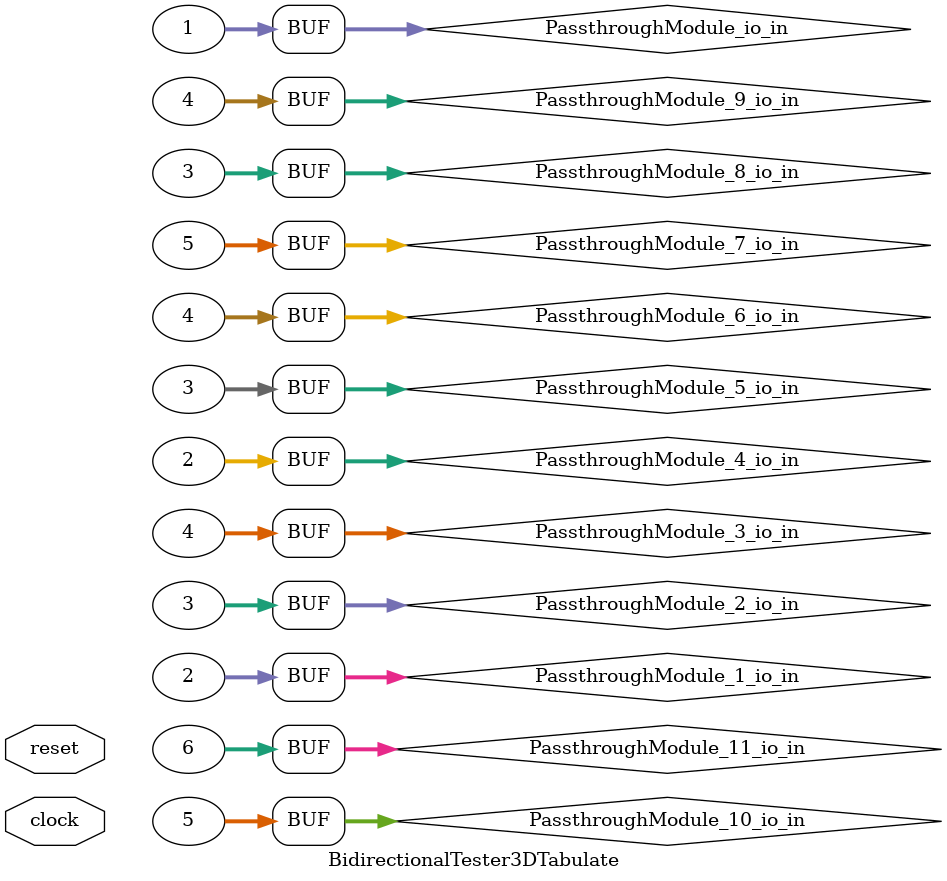
<source format=v>
module PassthroughModule(
  input  [31:0] io_in,
  output [31:0] io_out
);
  assign io_out = io_in; // @[Util.scala 19:10]
endmodule
module BidirectionalTester3DTabulate(
  input   clock,
  input   reset
);
  wire [31:0] PassthroughModule_io_in; // @[Vec.scala 225:30]
  wire [31:0] PassthroughModule_io_out; // @[Vec.scala 225:30]
  wire [31:0] PassthroughModule_1_io_in; // @[Vec.scala 225:30]
  wire [31:0] PassthroughModule_1_io_out; // @[Vec.scala 225:30]
  wire [31:0] PassthroughModule_2_io_in; // @[Vec.scala 225:30]
  wire [31:0] PassthroughModule_2_io_out; // @[Vec.scala 225:30]
  wire [31:0] PassthroughModule_3_io_in; // @[Vec.scala 225:30]
  wire [31:0] PassthroughModule_3_io_out; // @[Vec.scala 225:30]
  wire [31:0] PassthroughModule_4_io_in; // @[Vec.scala 225:30]
  wire [31:0] PassthroughModule_4_io_out; // @[Vec.scala 225:30]
  wire [31:0] PassthroughModule_5_io_in; // @[Vec.scala 225:30]
  wire [31:0] PassthroughModule_5_io_out; // @[Vec.scala 225:30]
  wire [31:0] PassthroughModule_6_io_in; // @[Vec.scala 225:30]
  wire [31:0] PassthroughModule_6_io_out; // @[Vec.scala 225:30]
  wire [31:0] PassthroughModule_7_io_in; // @[Vec.scala 225:30]
  wire [31:0] PassthroughModule_7_io_out; // @[Vec.scala 225:30]
  wire [31:0] PassthroughModule_8_io_in; // @[Vec.scala 225:30]
  wire [31:0] PassthroughModule_8_io_out; // @[Vec.scala 225:30]
  wire [31:0] PassthroughModule_9_io_in; // @[Vec.scala 225:30]
  wire [31:0] PassthroughModule_9_io_out; // @[Vec.scala 225:30]
  wire [31:0] PassthroughModule_10_io_in; // @[Vec.scala 225:30]
  wire [31:0] PassthroughModule_10_io_out; // @[Vec.scala 225:30]
  wire [31:0] PassthroughModule_11_io_in; // @[Vec.scala 225:30]
  wire [31:0] PassthroughModule_11_io_out; // @[Vec.scala 225:30]
  wire  _T_2 = ~reset; // @[Vec.scala 227:13]
  PassthroughModule PassthroughModule ( // @[Vec.scala 225:30]
    .io_in(PassthroughModule_io_in),
    .io_out(PassthroughModule_io_out)
  );
  PassthroughModule PassthroughModule_1 ( // @[Vec.scala 225:30]
    .io_in(PassthroughModule_1_io_in),
    .io_out(PassthroughModule_1_io_out)
  );
  PassthroughModule PassthroughModule_2 ( // @[Vec.scala 225:30]
    .io_in(PassthroughModule_2_io_in),
    .io_out(PassthroughModule_2_io_out)
  );
  PassthroughModule PassthroughModule_3 ( // @[Vec.scala 225:30]
    .io_in(PassthroughModule_3_io_in),
    .io_out(PassthroughModule_3_io_out)
  );
  PassthroughModule PassthroughModule_4 ( // @[Vec.scala 225:30]
    .io_in(PassthroughModule_4_io_in),
    .io_out(PassthroughModule_4_io_out)
  );
  PassthroughModule PassthroughModule_5 ( // @[Vec.scala 225:30]
    .io_in(PassthroughModule_5_io_in),
    .io_out(PassthroughModule_5_io_out)
  );
  PassthroughModule PassthroughModule_6 ( // @[Vec.scala 225:30]
    .io_in(PassthroughModule_6_io_in),
    .io_out(PassthroughModule_6_io_out)
  );
  PassthroughModule PassthroughModule_7 ( // @[Vec.scala 225:30]
    .io_in(PassthroughModule_7_io_in),
    .io_out(PassthroughModule_7_io_out)
  );
  PassthroughModule PassthroughModule_8 ( // @[Vec.scala 225:30]
    .io_in(PassthroughModule_8_io_in),
    .io_out(PassthroughModule_8_io_out)
  );
  PassthroughModule PassthroughModule_9 ( // @[Vec.scala 225:30]
    .io_in(PassthroughModule_9_io_in),
    .io_out(PassthroughModule_9_io_out)
  );
  PassthroughModule PassthroughModule_10 ( // @[Vec.scala 225:30]
    .io_in(PassthroughModule_10_io_in),
    .io_out(PassthroughModule_10_io_out)
  );
  PassthroughModule PassthroughModule_11 ( // @[Vec.scala 225:30]
    .io_in(PassthroughModule_11_io_in),
    .io_out(PassthroughModule_11_io_out)
  );
  assign PassthroughModule_io_in = 32'h1; // @[Vec.scala 217:{43,43}]
  assign PassthroughModule_1_io_in = 32'h2; // @[Vec.scala 217:{43,43}]
  assign PassthroughModule_2_io_in = 32'h3; // @[Vec.scala 217:{43,43}]
  assign PassthroughModule_3_io_in = 32'h4; // @[Vec.scala 217:{43,43}]
  assign PassthroughModule_4_io_in = 32'h2; // @[Vec.scala 217:{43,43}]
  assign PassthroughModule_5_io_in = 32'h3; // @[Vec.scala 217:{43,43}]
  assign PassthroughModule_6_io_in = 32'h4; // @[Vec.scala 217:{43,43}]
  assign PassthroughModule_7_io_in = 32'h5; // @[Vec.scala 217:{43,43}]
  assign PassthroughModule_8_io_in = 32'h3; // @[Vec.scala 217:{43,43}]
  assign PassthroughModule_9_io_in = 32'h4; // @[Vec.scala 217:{43,43}]
  assign PassthroughModule_10_io_in = 32'h5; // @[Vec.scala 217:{43,43}]
  assign PassthroughModule_11_io_in = 32'h6; // @[Vec.scala 217:{43,43}]
  always @(posedge clock) begin
    `ifndef SYNTHESIS
    `ifdef STOP_COND
      if (`STOP_COND) begin
    `endif
        if (~reset & ~(PassthroughModule_io_out == 32'h1)) begin
          $fatal; // @[Vec.scala 227:13]
        end
    `ifdef STOP_COND
      end
    `endif
    `endif // SYNTHESIS
    `ifndef SYNTHESIS
    `ifdef PRINTF_COND
      if (`PRINTF_COND) begin
    `endif
        if (~reset & ~(PassthroughModule_io_out == 32'h1)) begin
          $fwrite(32'h80000002,"Assertion failed\n    at Vec.scala:227 assert(receiveMod.out === value.U)\n"); // @[Vec.scala 227:13]
        end
    `ifdef PRINTF_COND
      end
    `endif
    `endif // SYNTHESIS
    `ifndef SYNTHESIS
    `ifdef STOP_COND
      if (`STOP_COND) begin
    `endif
        if (~reset & ~(PassthroughModule_1_io_out == 32'h2)) begin
          $fatal; // @[Vec.scala 227:13]
        end
    `ifdef STOP_COND
      end
    `endif
    `endif // SYNTHESIS
    `ifndef SYNTHESIS
    `ifdef PRINTF_COND
      if (`PRINTF_COND) begin
    `endif
        if (~reset & ~(PassthroughModule_1_io_out == 32'h2)) begin
          $fwrite(32'h80000002,"Assertion failed\n    at Vec.scala:227 assert(receiveMod.out === value.U)\n"); // @[Vec.scala 227:13]
        end
    `ifdef PRINTF_COND
      end
    `endif
    `endif // SYNTHESIS
    `ifndef SYNTHESIS
    `ifdef STOP_COND
      if (`STOP_COND) begin
    `endif
        if (~reset & ~(PassthroughModule_2_io_out == 32'h3)) begin
          $fatal; // @[Vec.scala 227:13]
        end
    `ifdef STOP_COND
      end
    `endif
    `endif // SYNTHESIS
    `ifndef SYNTHESIS
    `ifdef PRINTF_COND
      if (`PRINTF_COND) begin
    `endif
        if (~reset & ~(PassthroughModule_2_io_out == 32'h3)) begin
          $fwrite(32'h80000002,"Assertion failed\n    at Vec.scala:227 assert(receiveMod.out === value.U)\n"); // @[Vec.scala 227:13]
        end
    `ifdef PRINTF_COND
      end
    `endif
    `endif // SYNTHESIS
    `ifndef SYNTHESIS
    `ifdef STOP_COND
      if (`STOP_COND) begin
    `endif
        if (~reset & ~(PassthroughModule_3_io_out == 32'h4)) begin
          $fatal; // @[Vec.scala 227:13]
        end
    `ifdef STOP_COND
      end
    `endif
    `endif // SYNTHESIS
    `ifndef SYNTHESIS
    `ifdef PRINTF_COND
      if (`PRINTF_COND) begin
    `endif
        if (~reset & ~(PassthroughModule_3_io_out == 32'h4)) begin
          $fwrite(32'h80000002,"Assertion failed\n    at Vec.scala:227 assert(receiveMod.out === value.U)\n"); // @[Vec.scala 227:13]
        end
    `ifdef PRINTF_COND
      end
    `endif
    `endif // SYNTHESIS
    `ifndef SYNTHESIS
    `ifdef STOP_COND
      if (`STOP_COND) begin
    `endif
        if (~reset & ~(PassthroughModule_4_io_out == 32'h2)) begin
          $fatal; // @[Vec.scala 227:13]
        end
    `ifdef STOP_COND
      end
    `endif
    `endif // SYNTHESIS
    `ifndef SYNTHESIS
    `ifdef PRINTF_COND
      if (`PRINTF_COND) begin
    `endif
        if (~reset & ~(PassthroughModule_4_io_out == 32'h2)) begin
          $fwrite(32'h80000002,"Assertion failed\n    at Vec.scala:227 assert(receiveMod.out === value.U)\n"); // @[Vec.scala 227:13]
        end
    `ifdef PRINTF_COND
      end
    `endif
    `endif // SYNTHESIS
    `ifndef SYNTHESIS
    `ifdef STOP_COND
      if (`STOP_COND) begin
    `endif
        if (~reset & ~(PassthroughModule_5_io_out == 32'h3)) begin
          $fatal; // @[Vec.scala 227:13]
        end
    `ifdef STOP_COND
      end
    `endif
    `endif // SYNTHESIS
    `ifndef SYNTHESIS
    `ifdef PRINTF_COND
      if (`PRINTF_COND) begin
    `endif
        if (~reset & ~(PassthroughModule_5_io_out == 32'h3)) begin
          $fwrite(32'h80000002,"Assertion failed\n    at Vec.scala:227 assert(receiveMod.out === value.U)\n"); // @[Vec.scala 227:13]
        end
    `ifdef PRINTF_COND
      end
    `endif
    `endif // SYNTHESIS
    `ifndef SYNTHESIS
    `ifdef STOP_COND
      if (`STOP_COND) begin
    `endif
        if (~reset & ~(PassthroughModule_6_io_out == 32'h4)) begin
          $fatal; // @[Vec.scala 227:13]
        end
    `ifdef STOP_COND
      end
    `endif
    `endif // SYNTHESIS
    `ifndef SYNTHESIS
    `ifdef PRINTF_COND
      if (`PRINTF_COND) begin
    `endif
        if (~reset & ~(PassthroughModule_6_io_out == 32'h4)) begin
          $fwrite(32'h80000002,"Assertion failed\n    at Vec.scala:227 assert(receiveMod.out === value.U)\n"); // @[Vec.scala 227:13]
        end
    `ifdef PRINTF_COND
      end
    `endif
    `endif // SYNTHESIS
    `ifndef SYNTHESIS
    `ifdef STOP_COND
      if (`STOP_COND) begin
    `endif
        if (~reset & ~(PassthroughModule_7_io_out == 32'h5)) begin
          $fatal; // @[Vec.scala 227:13]
        end
    `ifdef STOP_COND
      end
    `endif
    `endif // SYNTHESIS
    `ifndef SYNTHESIS
    `ifdef PRINTF_COND
      if (`PRINTF_COND) begin
    `endif
        if (~reset & ~(PassthroughModule_7_io_out == 32'h5)) begin
          $fwrite(32'h80000002,"Assertion failed\n    at Vec.scala:227 assert(receiveMod.out === value.U)\n"); // @[Vec.scala 227:13]
        end
    `ifdef PRINTF_COND
      end
    `endif
    `endif // SYNTHESIS
    `ifndef SYNTHESIS
    `ifdef STOP_COND
      if (`STOP_COND) begin
    `endif
        if (~reset & ~(PassthroughModule_8_io_out == 32'h3)) begin
          $fatal; // @[Vec.scala 227:13]
        end
    `ifdef STOP_COND
      end
    `endif
    `endif // SYNTHESIS
    `ifndef SYNTHESIS
    `ifdef PRINTF_COND
      if (`PRINTF_COND) begin
    `endif
        if (~reset & ~(PassthroughModule_8_io_out == 32'h3)) begin
          $fwrite(32'h80000002,"Assertion failed\n    at Vec.scala:227 assert(receiveMod.out === value.U)\n"); // @[Vec.scala 227:13]
        end
    `ifdef PRINTF_COND
      end
    `endif
    `endif // SYNTHESIS
    `ifndef SYNTHESIS
    `ifdef STOP_COND
      if (`STOP_COND) begin
    `endif
        if (~reset & ~(PassthroughModule_9_io_out == 32'h4)) begin
          $fatal; // @[Vec.scala 227:13]
        end
    `ifdef STOP_COND
      end
    `endif
    `endif // SYNTHESIS
    `ifndef SYNTHESIS
    `ifdef PRINTF_COND
      if (`PRINTF_COND) begin
    `endif
        if (~reset & ~(PassthroughModule_9_io_out == 32'h4)) begin
          $fwrite(32'h80000002,"Assertion failed\n    at Vec.scala:227 assert(receiveMod.out === value.U)\n"); // @[Vec.scala 227:13]
        end
    `ifdef PRINTF_COND
      end
    `endif
    `endif // SYNTHESIS
    `ifndef SYNTHESIS
    `ifdef STOP_COND
      if (`STOP_COND) begin
    `endif
        if (~reset & ~(PassthroughModule_10_io_out == 32'h5)) begin
          $fatal; // @[Vec.scala 227:13]
        end
    `ifdef STOP_COND
      end
    `endif
    `endif // SYNTHESIS
    `ifndef SYNTHESIS
    `ifdef PRINTF_COND
      if (`PRINTF_COND) begin
    `endif
        if (~reset & ~(PassthroughModule_10_io_out == 32'h5)) begin
          $fwrite(32'h80000002,"Assertion failed\n    at Vec.scala:227 assert(receiveMod.out === value.U)\n"); // @[Vec.scala 227:13]
        end
    `ifdef PRINTF_COND
      end
    `endif
    `endif // SYNTHESIS
    `ifndef SYNTHESIS
    `ifdef STOP_COND
      if (`STOP_COND) begin
    `endif
        if (~reset & ~(PassthroughModule_11_io_out == 32'h6)) begin
          $fatal; // @[Vec.scala 227:13]
        end
    `ifdef STOP_COND
      end
    `endif
    `endif // SYNTHESIS
    `ifndef SYNTHESIS
    `ifdef PRINTF_COND
      if (`PRINTF_COND) begin
    `endif
        if (~reset & ~(PassthroughModule_11_io_out == 32'h6)) begin
          $fwrite(32'h80000002,"Assertion failed\n    at Vec.scala:227 assert(receiveMod.out === value.U)\n"); // @[Vec.scala 227:13]
        end
    `ifdef PRINTF_COND
      end
    `endif
    `endif // SYNTHESIS
    `ifndef SYNTHESIS
    `ifdef STOP_COND
      if (`STOP_COND) begin
    `endif
        if (_T_2) begin
          $finish; // @[Vec.scala 229:9]
        end
    `ifdef STOP_COND
      end
    `endif
    `endif // SYNTHESIS
  end
endmodule

</source>
